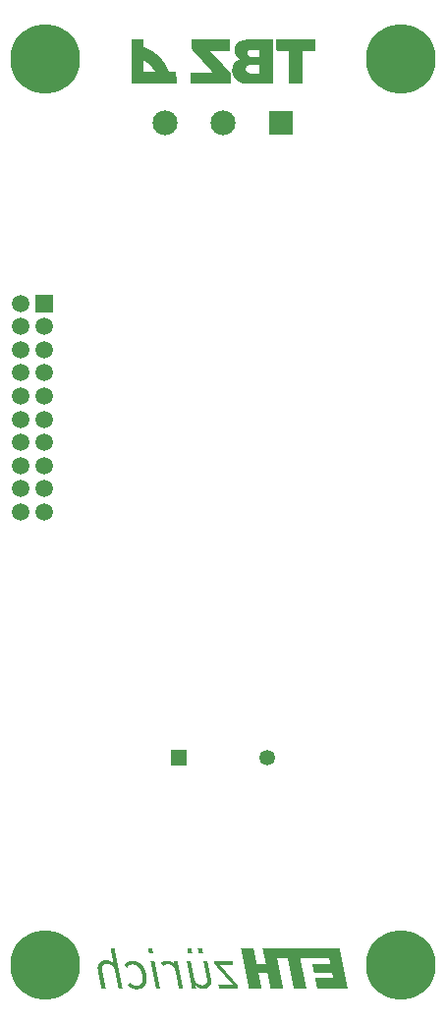
<source format=gbr>
%TF.GenerationSoftware,Altium Limited,Altium Designer,23.10.1 (27)*%
G04 Layer_Color=16711935*
%FSLAX45Y45*%
%MOMM*%
%TF.SameCoordinates,3DF52466-FF79-41BE-B245-B35B28900F9A*%
%TF.FilePolarity,Negative*%
%TF.FileFunction,Soldermask,Bot*%
%TF.Part,Single*%
G01*
G75*
%TA.AperFunction,ComponentPad*%
%ADD33C,2.15000*%
%ADD34R,2.15000X2.15000*%
%ADD36R,1.35000X1.35000*%
%ADD37C,1.35000*%
%ADD62C,6.00320*%
%ADD63R,1.50000X1.50000*%
%ADD64C,1.50000*%
G36*
X2083490Y8471935D02*
X2086307D01*
Y8470056D01*
X2087246D01*
Y8461604D01*
X2086307D01*
Y8438127D01*
X2087246D01*
Y8409014D01*
Y8408075D01*
Y8375206D01*
X2086307D01*
Y8374267D01*
X1928536D01*
Y8375206D01*
X1924780D01*
Y8374267D01*
X1921024D01*
Y8370511D01*
X1921963D01*
Y8368632D01*
X1922902D01*
Y8367693D01*
X1923841D01*
Y8366754D01*
X1924780D01*
Y8365815D01*
X1925719D01*
Y8364876D01*
X1926658D01*
Y8362998D01*
X1928536D01*
Y8362059D01*
X1929475D01*
Y8361120D01*
X1930415D01*
Y8360180D01*
X1931354D01*
Y8359241D01*
X1932293D01*
Y8358302D01*
X1933232D01*
Y8357363D01*
X1934171D01*
Y8356424D01*
X1935110D01*
Y8355485D01*
X1936049D01*
Y8354546D01*
X1936989D01*
Y8353607D01*
X1937928D01*
Y8352668D01*
X1938867D01*
Y8351729D01*
X1939806D01*
Y8350789D01*
X1940745D01*
Y8349850D01*
X1941684D01*
Y8348911D01*
X1942623D01*
Y8347972D01*
X1943562D01*
Y8347033D01*
X1944501D01*
Y8346094D01*
X1945440D01*
Y8344215D01*
X1946380D01*
Y8343276D01*
X1947319D01*
Y8342337D01*
X1948258D01*
Y8341398D01*
X1949197D01*
Y8340459D01*
X1950136D01*
Y8339520D01*
X1951075D01*
Y8338581D01*
X1952014D01*
Y8337642D01*
X1952953D01*
Y8336703D01*
X1953892D01*
Y8335764D01*
X1954831D01*
Y8334825D01*
X1955771D01*
Y8333885D01*
X1956710D01*
Y8332946D01*
X1957649D01*
Y8332007D01*
X1958588D01*
Y8330129D01*
X1959527D01*
Y8329190D01*
X1960466D01*
Y8328251D01*
X1961405D01*
Y8327312D01*
X1962344D01*
Y8326372D01*
X1963284D01*
Y8325433D01*
X1964223D01*
Y8324494D01*
X1965162D01*
Y8323555D01*
X1966101D01*
Y8321677D01*
X1967040D01*
Y8320738D01*
X1968918D01*
Y8318860D01*
X1969857D01*
Y8317920D01*
X1970796D01*
Y8316981D01*
X1971735D01*
Y8316042D01*
X1972675D01*
Y8315103D01*
X1973614D01*
Y8314164D01*
X1974553D01*
Y8313225D01*
X1975492D01*
Y8311347D01*
X1977370D01*
Y8309469D01*
X1978309D01*
Y8308529D01*
X1979249D01*
Y8307590D01*
X1980188D01*
Y8306651D01*
X1981127D01*
Y8305712D01*
X1982066D01*
Y8304773D01*
X1983005D01*
Y8303834D01*
X1983944D01*
Y8302895D01*
X1984883D01*
Y8301016D01*
X1985822D01*
Y8300077D01*
X1986761D01*
Y8299138D01*
X1987700D01*
Y8298199D01*
X1988639D01*
Y8297260D01*
X1989579D01*
Y8296321D01*
X1990518D01*
Y8295382D01*
X1991457D01*
Y8294443D01*
X1992396D01*
Y8293504D01*
X1993335D01*
Y8292565D01*
X1994274D01*
Y8291625D01*
X1995213D01*
Y8290686D01*
X1996152D01*
Y8288808D01*
X1997092D01*
Y8287869D01*
X1998031D01*
Y8286930D01*
X1998970D01*
Y8285991D01*
X1999909D01*
Y8285052D01*
X2000848D01*
Y8284112D01*
X2001787D01*
Y8283173D01*
X2002726D01*
Y8282234D01*
X2003665D01*
Y8281295D01*
X2004604D01*
Y8280356D01*
X2005544D01*
Y8278478D01*
X2007422D01*
Y8276600D01*
X2008361D01*
Y8275661D01*
X2009300D01*
Y8274721D01*
X2010239D01*
Y8273782D01*
X2011178D01*
Y8272843D01*
X2012117D01*
Y8271904D01*
X2013056D01*
Y8270965D01*
X2013995D01*
Y8270026D01*
X2014935D01*
Y8269087D01*
X2015874D01*
Y8268148D01*
X2016813D01*
Y8267209D01*
X2017752D01*
Y8265330D01*
X2019630D01*
Y8263452D01*
X2020569D01*
Y8262513D01*
X2021508D01*
Y8261574D01*
X2022448D01*
Y8260635D01*
X2023387D01*
Y8259696D01*
X2024326D01*
Y8258757D01*
X2025265D01*
Y8257817D01*
X2026204D01*
Y8256878D01*
X2027143D01*
Y8255939D01*
X2028082D01*
Y8255000D01*
X2029021D01*
Y8253122D01*
X2029960D01*
Y8252183D01*
X2030899D01*
Y8251244D01*
X2031838D01*
Y8250305D01*
X2032778D01*
Y8249366D01*
X2033717D01*
Y8248426D01*
X2034656D01*
Y8247487D01*
X2035595D01*
Y8246548D01*
X2036534D01*
Y8245609D01*
X2037473D01*
Y8244670D01*
X2038412D01*
Y8243731D01*
X2039352D01*
Y8242792D01*
X2040291D01*
Y8241852D01*
X2041230D01*
Y8240913D01*
X2042169D01*
Y8239974D01*
X2043108D01*
Y8238096D01*
X2044047D01*
Y8237157D01*
X2044986D01*
Y8236218D01*
X2045925D01*
Y8235279D01*
X2046864D01*
Y8234340D01*
X2047803D01*
Y8233401D01*
X2048743D01*
Y8232462D01*
X2049682D01*
Y8231522D01*
X2050621D01*
Y8230583D01*
X2051560D01*
Y8229644D01*
X2052499D01*
Y8228705D01*
X2053438D01*
Y8227766D01*
X2054377D01*
Y8226827D01*
X2055316D01*
Y8225888D01*
X2056255D01*
Y8224948D01*
X2057195D01*
Y8223070D01*
X2059073D01*
Y8222131D01*
X2060012D01*
Y8221192D01*
X2060951D01*
Y8220253D01*
X2061890D01*
Y8219314D01*
X2062829D01*
Y8218375D01*
X2063768D01*
Y8217436D01*
X2064707D01*
Y8216497D01*
X2065647D01*
Y8214618D01*
X2066586D01*
Y8213679D01*
X2068464D01*
Y8211801D01*
X2070342D01*
Y8209923D01*
X2071281D01*
Y8208984D01*
X2072220D01*
Y8208045D01*
X2073159D01*
Y8207106D01*
X2074098D01*
Y8206166D01*
X2075038D01*
Y8205227D01*
X2075977D01*
Y8204288D01*
X2076916D01*
Y8203349D01*
X2077855D01*
Y8202410D01*
X2078794D01*
Y8201471D01*
X2079733D01*
Y8200532D01*
X2080672D01*
Y8199593D01*
X2081612D01*
Y8198653D01*
X2082551D01*
Y8197714D01*
X2083490D01*
Y8196775D01*
X2084429D01*
Y8195836D01*
X2085368D01*
Y8194897D01*
X2086307D01*
Y8193958D01*
X2087246D01*
Y8192080D01*
X2088185D01*
Y8191141D01*
X2089124D01*
Y8190202D01*
X2090063D01*
Y8188323D01*
X2091002D01*
Y8187384D01*
X2091942D01*
Y8186445D01*
X2092881D01*
Y8185506D01*
X2093820D01*
Y8183628D01*
X2094759D01*
Y8181749D01*
X2095698D01*
Y8179871D01*
X2096637D01*
Y8177054D01*
X2097576D01*
Y8169541D01*
X2096637D01*
Y8113194D01*
X2097576D01*
Y8094412D01*
X2098515D01*
Y8091595D01*
X2097576D01*
Y8089717D01*
X2096637D01*
Y8088778D01*
X2089124D01*
Y8087839D01*
X2088185D01*
Y8088778D01*
X1754801D01*
Y8089717D01*
X1753862D01*
Y8091595D01*
X1752923D01*
Y8094412D01*
X1753862D01*
Y8185506D01*
X1754801D01*
Y8186445D01*
X1935110D01*
Y8185506D01*
X1937928D01*
Y8186445D01*
X1939806D01*
Y8187384D01*
X1940745D01*
Y8190202D01*
X1939806D01*
Y8191141D01*
X1937928D01*
Y8192080D01*
X1936989D01*
Y8193019D01*
X1936049D01*
Y8194897D01*
X1935110D01*
Y8195836D01*
X1934171D01*
Y8196775D01*
X1933232D01*
Y8197714D01*
X1932293D01*
Y8199593D01*
X1931354D01*
Y8200532D01*
X1930415D01*
Y8201471D01*
X1929475D01*
Y8202410D01*
X1928536D01*
Y8203349D01*
X1927597D01*
Y8204288D01*
X1926658D01*
Y8205227D01*
X1925719D01*
Y8206166D01*
X1924780D01*
Y8207106D01*
X1923841D01*
Y8208045D01*
X1922902D01*
Y8208984D01*
X1921963D01*
Y8209923D01*
X1921024D01*
Y8210862D01*
X1920085D01*
Y8211801D01*
X1919145D01*
Y8212740D01*
X1918206D01*
Y8213679D01*
X1917267D01*
Y8214618D01*
X1916328D01*
Y8215557D01*
X1915389D01*
Y8217436D01*
X1914450D01*
Y8218375D01*
X1913511D01*
Y8219314D01*
X1912571D01*
Y8220253D01*
X1911632D01*
Y8221192D01*
X1910693D01*
Y8222131D01*
X1909754D01*
Y8223070D01*
X1908815D01*
Y8224009D01*
X1907876D01*
Y8225888D01*
X1905998D01*
Y8227766D01*
X1905059D01*
Y8228705D01*
X1904120D01*
Y8229644D01*
X1903180D01*
Y8231522D01*
X1902241D01*
Y8232462D01*
X1901302D01*
Y8233401D01*
X1900363D01*
Y8234340D01*
X1899424D01*
Y8235279D01*
X1898485D01*
Y8236218D01*
X1897546D01*
Y8237157D01*
X1896607D01*
Y8238096D01*
X1895668D01*
Y8239035D01*
X1894728D01*
Y8239974D01*
X1893789D01*
Y8241852D01*
X1891911D01*
Y8243731D01*
X1890972D01*
Y8244670D01*
X1890033D01*
Y8245609D01*
X1889094D01*
Y8246548D01*
X1888155D01*
Y8247487D01*
X1887216D01*
Y8248426D01*
X1886276D01*
Y8249366D01*
X1885337D01*
Y8250305D01*
X1884398D01*
Y8252183D01*
X1883459D01*
Y8253122D01*
X1882520D01*
Y8254061D01*
X1881581D01*
Y8255000D01*
X1880642D01*
Y8255939D01*
X1879703D01*
Y8256878D01*
X1878764D01*
Y8257817D01*
X1877825D01*
Y8258757D01*
X1876886D01*
Y8259696D01*
X1875946D01*
Y8260635D01*
X1875007D01*
Y8262513D01*
X1873129D01*
Y8264391D01*
X1872190D01*
Y8265330D01*
X1871251D01*
Y8266269D01*
X1870312D01*
Y8267209D01*
X1869372D01*
Y8268148D01*
X1868433D01*
Y8269087D01*
X1867494D01*
Y8270026D01*
X1866555D01*
Y8270965D01*
X1865616D01*
Y8272843D01*
X1864677D01*
Y8273782D01*
X1863738D01*
Y8274721D01*
X1862799D01*
Y8275661D01*
X1861860D01*
Y8276600D01*
X1860921D01*
Y8277539D01*
X1859981D01*
Y8278478D01*
X1859042D01*
Y8279417D01*
X1858103D01*
Y8280356D01*
X1857164D01*
Y8282234D01*
X1856225D01*
Y8283173D01*
X1855286D01*
Y8284112D01*
X1854347D01*
Y8285052D01*
X1853408D01*
Y8285991D01*
X1852468D01*
Y8286930D01*
X1851529D01*
Y8287869D01*
X1850590D01*
Y8288808D01*
X1849651D01*
Y8290686D01*
X1848712D01*
Y8291625D01*
X1847773D01*
Y8292565D01*
X1846834D01*
Y8293504D01*
X1845895D01*
Y8294443D01*
X1844956D01*
Y8295382D01*
X1844017D01*
Y8296321D01*
X1843077D01*
Y8297260D01*
X1842138D01*
Y8298199D01*
X1841199D01*
Y8300077D01*
X1840260D01*
Y8301016D01*
X1839321D01*
Y8301956D01*
X1838382D01*
Y8302895D01*
X1837443D01*
Y8303834D01*
X1836504D01*
Y8304773D01*
X1835565D01*
Y8305712D01*
X1834625D01*
Y8306651D01*
X1833686D01*
Y8307590D01*
X1832747D01*
Y8308529D01*
X1831808D01*
Y8309469D01*
X1830869D01*
Y8311347D01*
X1829930D01*
Y8312286D01*
X1828991D01*
Y8313225D01*
X1828052D01*
Y8314164D01*
X1827112D01*
Y8315103D01*
X1826173D01*
Y8316042D01*
X1825234D01*
Y8316981D01*
X1824295D01*
Y8317920D01*
X1823356D01*
Y8318860D01*
X1822417D01*
Y8320738D01*
X1821478D01*
Y8321677D01*
X1820539D01*
Y8322616D01*
X1819600D01*
Y8323555D01*
X1818661D01*
Y8324494D01*
X1817722D01*
Y8325433D01*
X1816782D01*
Y8327312D01*
X1814904D01*
Y8329190D01*
X1813965D01*
Y8330129D01*
X1813026D01*
Y8331068D01*
X1812087D01*
Y8332007D01*
X1811148D01*
Y8332946D01*
X1810208D01*
Y8333885D01*
X1809269D01*
Y8334825D01*
X1808330D01*
Y8335764D01*
X1807391D01*
Y8336703D01*
X1806452D01*
Y8337642D01*
X1805513D01*
Y8339520D01*
X1803635D01*
Y8341398D01*
X1802696D01*
Y8342337D01*
X1801757D01*
Y8343276D01*
X1800817D01*
Y8344215D01*
X1799878D01*
Y8345155D01*
X1798939D01*
Y8346094D01*
X1798000D01*
Y8347033D01*
X1797061D01*
Y8347972D01*
X1796122D01*
Y8348911D01*
X1795183D01*
Y8349850D01*
X1794244D01*
Y8350789D01*
X1793305D01*
Y8351729D01*
X1792365D01*
Y8352668D01*
X1791426D01*
Y8354546D01*
X1790487D01*
Y8355485D01*
X1789548D01*
Y8356424D01*
X1788609D01*
Y8357363D01*
X1787670D01*
Y8358302D01*
X1786731D01*
Y8359241D01*
X1785792D01*
Y8360180D01*
X1784853D01*
Y8361120D01*
X1783913D01*
Y8362059D01*
X1782974D01*
Y8362998D01*
X1782035D01*
Y8364876D01*
X1781096D01*
Y8365815D01*
X1780157D01*
Y8366754D01*
X1779218D01*
Y8367693D01*
X1778279D01*
Y8368632D01*
X1777340D01*
Y8369572D01*
X1776401D01*
Y8370511D01*
X1775462D01*
Y8371450D01*
X1774522D01*
Y8372389D01*
X1773583D01*
Y8374267D01*
X1772644D01*
Y8375206D01*
X1771705D01*
Y8376145D01*
X1770766D01*
Y8377084D01*
X1768888D01*
Y8378024D01*
X1767948D01*
Y8378963D01*
X1767009D01*
Y8379902D01*
X1766070D01*
Y8381780D01*
X1765131D01*
Y8383658D01*
X1764192D01*
Y8384597D01*
X1763253D01*
Y8388354D01*
X1762314D01*
Y8395867D01*
X1761375D01*
Y8402440D01*
X1762314D01*
Y8411832D01*
X1761375D01*
Y8413710D01*
X1762314D01*
Y8441883D01*
X1761375D01*
Y8469117D01*
X1762314D01*
Y8470996D01*
X1765131D01*
Y8471935D01*
X2079733D01*
Y8472874D01*
X2083490D01*
Y8471935D01*
D02*
G37*
G36*
X2821630D02*
X2822569D01*
Y8470996D01*
X2823509D01*
Y8465361D01*
X2822569D01*
Y8433431D01*
X2823509D01*
Y8404319D01*
X2824448D01*
Y8375206D01*
X2823509D01*
Y8374267D01*
X2717389D01*
Y8372389D01*
X2716450D01*
Y8366754D01*
X2717389D01*
Y8364876D01*
X2716450D01*
Y8126342D01*
X2717389D01*
Y8090656D01*
X2716450D01*
Y8088778D01*
X2599061D01*
Y8090656D01*
X2598122D01*
Y8358302D01*
X2597183D01*
Y8359241D01*
X2598122D01*
Y8371450D01*
X2597183D01*
Y8373328D01*
X2596244D01*
Y8374267D01*
X2492003D01*
Y8376145D01*
X2491064D01*
Y8449396D01*
X2490124D01*
Y8457848D01*
X2491064D01*
Y8459726D01*
X2490124D01*
Y8468178D01*
X2491064D01*
Y8470996D01*
X2492003D01*
Y8471935D01*
X2812239D01*
Y8472874D01*
X2821630D01*
Y8471935D01*
D02*
G37*
G36*
X2459134D02*
X2461951D01*
Y8470056D01*
X2462890D01*
Y8464422D01*
X2461951D01*
Y8301956D01*
X2462890D01*
Y8226827D01*
X2461951D01*
Y8133855D01*
X2462890D01*
Y8090656D01*
X2461951D01*
Y8089717D01*
X2461012D01*
Y8088778D01*
X2242199D01*
Y8089717D01*
X2230930D01*
Y8090656D01*
X2215904D01*
Y8091595D01*
X2213087D01*
Y8092534D01*
X2205574D01*
Y8093473D01*
X2202757D01*
Y8094412D01*
X2200879D01*
Y8095351D01*
X2195244D01*
Y8096290D01*
X2193365D01*
Y8097230D01*
X2189609D01*
Y8098169D01*
X2187731D01*
Y8099108D01*
X2186792D01*
Y8100047D01*
X2182096D01*
Y8100986D01*
X2180218D01*
Y8101925D01*
X2177401D01*
Y8102864D01*
X2175522D01*
Y8103803D01*
X2174583D01*
Y8104742D01*
X2171766D01*
Y8105682D01*
X2170827D01*
Y8106621D01*
X2168010D01*
Y8107560D01*
X2167071D01*
Y8108499D01*
X2165192D01*
Y8109438D01*
X2163314D01*
Y8110377D01*
X2162375D01*
Y8111316D01*
X2159558D01*
Y8112255D01*
X2158618D01*
Y8113194D01*
X2157679D01*
Y8114134D01*
X2155801D01*
Y8115073D01*
X2154862D01*
Y8116012D01*
X2152984D01*
Y8116951D01*
X2152045D01*
Y8117890D01*
X2151106D01*
Y8118829D01*
X2149227D01*
Y8120707D01*
X2147349D01*
Y8121646D01*
X2146410D01*
Y8122585D01*
X2145471D01*
Y8123525D01*
X2144532D01*
Y8124464D01*
X2143593D01*
Y8125403D01*
X2142654D01*
Y8126342D01*
X2141715D01*
Y8127281D01*
X2140775D01*
Y8128220D01*
X2139836D01*
Y8129159D01*
X2138897D01*
Y8130099D01*
X2137958D01*
Y8131977D01*
X2136080D01*
Y8133855D01*
X2135141D01*
Y8134794D01*
X2134202D01*
Y8135733D01*
X2133262D01*
Y8136672D01*
X2132323D01*
Y8137611D01*
X2131384D01*
Y8139489D01*
X2130445D01*
Y8140429D01*
X2129506D01*
Y8141368D01*
X2128567D01*
Y8143246D01*
X2127628D01*
Y8144185D01*
X2126689D01*
Y8146063D01*
X2125750D01*
Y8147003D01*
X2124811D01*
Y8148881D01*
X2123871D01*
Y8150759D01*
X2122932D01*
Y8152637D01*
X2121993D01*
Y8154515D01*
X2121054D01*
Y8155454D01*
X2120115D01*
Y8157333D01*
X2119176D01*
Y8160150D01*
X2118237D01*
Y8161089D01*
X2117298D01*
Y8164845D01*
X2116358D01*
Y8165785D01*
X2115419D01*
Y8168602D01*
X2114480D01*
Y8172358D01*
X2113541D01*
Y8174237D01*
X2112602D01*
Y8178932D01*
X2111663D01*
Y8180810D01*
X2110724D01*
Y8188323D01*
X2109785D01*
Y8198653D01*
X2108846D01*
Y8212740D01*
X2109785D01*
Y8223070D01*
X2110724D01*
Y8229644D01*
X2111663D01*
Y8231522D01*
X2112602D01*
Y8237157D01*
X2113541D01*
Y8239035D01*
X2114480D01*
Y8241852D01*
X2115419D01*
Y8243731D01*
X2116358D01*
Y8245609D01*
X2117298D01*
Y8250305D01*
X2118237D01*
Y8251244D01*
X2119176D01*
Y8254061D01*
X2120115D01*
Y8255939D01*
X2121054D01*
Y8256878D01*
X2121993D01*
Y8259696D01*
X2122932D01*
Y8260635D01*
X2123871D01*
Y8261574D01*
X2124811D01*
Y8263452D01*
X2125750D01*
Y8264391D01*
X2126689D01*
Y8267209D01*
X2127628D01*
Y8268148D01*
X2128567D01*
Y8269087D01*
X2129506D01*
Y8270026D01*
X2130445D01*
Y8270965D01*
X2131384D01*
Y8272843D01*
X2132323D01*
Y8273782D01*
X2133262D01*
Y8274721D01*
X2134202D01*
Y8275661D01*
X2135141D01*
Y8276600D01*
X2136080D01*
Y8277539D01*
X2137019D01*
Y8278478D01*
X2137958D01*
Y8279417D01*
X2139836D01*
Y8280356D01*
X2140775D01*
Y8281295D01*
X2141715D01*
Y8282234D01*
X2142654D01*
Y8283173D01*
X2143593D01*
Y8284112D01*
X2145471D01*
Y8285052D01*
X2146410D01*
Y8285991D01*
X2148288D01*
Y8286930D01*
X2149227D01*
Y8287869D01*
X2151106D01*
Y8288808D01*
X2153923D01*
Y8289747D01*
X2154862D01*
Y8290686D01*
X2156740D01*
Y8291625D01*
X2158618D01*
Y8292565D01*
X2161436D01*
Y8293504D01*
X2163314D01*
Y8294443D01*
X2165192D01*
Y8295382D01*
X2168949D01*
Y8296321D01*
X2169888D01*
Y8297260D01*
X2171766D01*
Y8298199D01*
X2172705D01*
Y8301956D01*
X2171766D01*
Y8302895D01*
X2170827D01*
Y8303834D01*
X2168949D01*
Y8304773D01*
X2168010D01*
Y8306651D01*
X2166131D01*
Y8307590D01*
X2164253D01*
Y8308529D01*
X2163314D01*
Y8309469D01*
X2162375D01*
Y8310408D01*
X2161436D01*
Y8311347D01*
X2159558D01*
Y8312286D01*
X2158618D01*
Y8313225D01*
X2157679D01*
Y8314164D01*
X2156740D01*
Y8315103D01*
X2154862D01*
Y8316042D01*
X2153923D01*
Y8316981D01*
X2152984D01*
Y8317920D01*
X2152045D01*
Y8318860D01*
X2151106D01*
Y8319799D01*
X2150166D01*
Y8320738D01*
X2149227D01*
Y8321677D01*
X2148288D01*
Y8322616D01*
X2147349D01*
Y8323555D01*
X2146410D01*
Y8324494D01*
X2145471D01*
Y8326372D01*
X2144532D01*
Y8327312D01*
X2143593D01*
Y8328251D01*
X2142654D01*
Y8331068D01*
X2141715D01*
Y8332007D01*
X2140775D01*
Y8333885D01*
X2139836D01*
Y8334825D01*
X2138897D01*
Y8336703D01*
X2137958D01*
Y8339520D01*
X2137019D01*
Y8340459D01*
X2136080D01*
Y8343276D01*
X2135141D01*
Y8345155D01*
X2134202D01*
Y8347033D01*
X2133262D01*
Y8350789D01*
X2132323D01*
Y8352668D01*
X2131384D01*
Y8357363D01*
X2130445D01*
Y8360180D01*
X2129506D01*
Y8363937D01*
X2128567D01*
Y8390232D01*
X2129506D01*
Y8394928D01*
X2130445D01*
Y8397745D01*
X2131384D01*
Y8402440D01*
X2132323D01*
Y8405258D01*
X2133262D01*
Y8408075D01*
X2134202D01*
Y8409014D01*
X2135141D01*
Y8410892D01*
X2136080D01*
Y8414649D01*
X2137019D01*
Y8416527D01*
X2137958D01*
Y8418405D01*
X2138897D01*
Y8420284D01*
X2139836D01*
Y8421223D01*
X2140775D01*
Y8424040D01*
X2141715D01*
Y8424979D01*
X2142654D01*
Y8426857D01*
X2143593D01*
Y8427796D01*
X2144532D01*
Y8428735D01*
X2145471D01*
Y8430614D01*
X2146410D01*
Y8431553D01*
X2147349D01*
Y8432492D01*
X2148288D01*
Y8434370D01*
X2149227D01*
Y8435309D01*
X2150166D01*
Y8436248D01*
X2151106D01*
Y8437188D01*
X2152045D01*
Y8438127D01*
X2152984D01*
Y8439066D01*
X2153923D01*
Y8440005D01*
X2154862D01*
Y8440944D01*
X2155801D01*
Y8441883D01*
X2156740D01*
Y8442822D01*
X2157679D01*
Y8443761D01*
X2158618D01*
Y8444700D01*
X2159558D01*
Y8445639D01*
X2160497D01*
Y8446578D01*
X2162375D01*
Y8447518D01*
X2163314D01*
Y8448457D01*
X2165192D01*
Y8449396D01*
X2166131D01*
Y8450335D01*
X2167071D01*
Y8451274D01*
X2169888D01*
Y8452213D01*
X2170827D01*
Y8453152D01*
X2171766D01*
Y8454092D01*
X2173644D01*
Y8455031D01*
X2175522D01*
Y8455970D01*
X2177401D01*
Y8456909D01*
X2178340D01*
Y8457848D01*
X2181157D01*
Y8458787D01*
X2183975D01*
Y8459726D01*
X2185853D01*
Y8460665D01*
X2189609D01*
Y8461604D01*
X2190548D01*
Y8462543D01*
X2194305D01*
Y8463483D01*
X2197122D01*
Y8464422D01*
X2199000D01*
Y8465361D01*
X2204635D01*
Y8466300D01*
X2206513D01*
Y8467239D01*
X2212148D01*
Y8468178D01*
X2214965D01*
Y8469117D01*
X2221539D01*
Y8470056D01*
X2235625D01*
Y8470996D01*
X2245017D01*
Y8471935D01*
X2456316D01*
Y8472874D01*
X2459134D01*
Y8471935D01*
D02*
G37*
G36*
X1344410D02*
X1346288D01*
Y8470996D01*
X1347227D01*
Y8461604D01*
X1346288D01*
Y8407136D01*
X1347227D01*
Y8405258D01*
X1349105D01*
Y8404319D01*
X1351923D01*
Y8403379D01*
X1353801D01*
Y8402440D01*
X1357557D01*
Y8401501D01*
X1359436D01*
Y8400562D01*
X1361314D01*
Y8399623D01*
X1365070D01*
Y8398684D01*
X1366009D01*
Y8397745D01*
X1368827D01*
Y8396806D01*
X1370705D01*
Y8395867D01*
X1372583D01*
Y8394928D01*
X1375400D01*
Y8393989D01*
X1377279D01*
Y8393049D01*
X1380096D01*
Y8392110D01*
X1381035D01*
Y8391171D01*
X1383852D01*
Y8390232D01*
X1386670D01*
Y8389293D01*
X1387609D01*
Y8388354D01*
X1390426D01*
Y8387415D01*
X1391365D01*
Y8386475D01*
X1394183D01*
Y8385536D01*
X1396061D01*
Y8384597D01*
X1397000D01*
Y8383658D01*
X1399817D01*
Y8382719D01*
X1400756D01*
Y8381780D01*
X1402635D01*
Y8380841D01*
X1404513D01*
Y8379902D01*
X1405452D01*
Y8378963D01*
X1408269D01*
Y8378024D01*
X1409209D01*
Y8377084D01*
X1411087D01*
Y8376145D01*
X1412965D01*
Y8375206D01*
X1413904D01*
Y8374267D01*
X1415782D01*
Y8373328D01*
X1416721D01*
Y8372389D01*
X1418600D01*
Y8371450D01*
X1420478D01*
Y8370511D01*
X1421417D01*
Y8369572D01*
X1424234D01*
Y8368632D01*
X1425173D01*
Y8367693D01*
X1426112D01*
Y8366754D01*
X1427052D01*
Y8365815D01*
X1428930D01*
Y8364876D01*
X1430808D01*
Y8363937D01*
X1431747D01*
Y8362998D01*
X1433625D01*
Y8362059D01*
X1434564D01*
Y8361120D01*
X1436443D01*
Y8360180D01*
X1437382D01*
Y8359241D01*
X1438321D01*
Y8358302D01*
X1440199D01*
Y8357363D01*
X1441138D01*
Y8356424D01*
X1442077D01*
Y8355485D01*
X1443016D01*
Y8354546D01*
X1443955D01*
Y8353607D01*
X1445834D01*
Y8352668D01*
X1446773D01*
Y8351729D01*
X1447712D01*
Y8350789D01*
X1449590D01*
Y8349850D01*
X1450529D01*
Y8348911D01*
X1451468D01*
Y8347972D01*
X1452408D01*
Y8347033D01*
X1454286D01*
Y8346094D01*
X1455225D01*
Y8345155D01*
X1456164D01*
Y8344215D01*
X1457103D01*
Y8343276D01*
X1458042D01*
Y8342337D01*
X1459920D01*
Y8341398D01*
X1460859D01*
Y8340459D01*
X1461799D01*
Y8339520D01*
X1462738D01*
Y8338581D01*
X1463677D01*
Y8337642D01*
X1464616D01*
Y8336703D01*
X1466494D01*
Y8334825D01*
X1468372D01*
Y8333885D01*
X1469312D01*
Y8332946D01*
X1470251D01*
Y8332007D01*
X1471190D01*
Y8331068D01*
X1472129D01*
Y8330129D01*
X1473068D01*
Y8329190D01*
X1474007D01*
Y8328251D01*
X1474946D01*
Y8327312D01*
X1475885D01*
Y8326372D01*
X1476824D01*
Y8325433D01*
X1477763D01*
Y8324494D01*
X1478703D01*
Y8323555D01*
X1480581D01*
Y8321677D01*
X1481520D01*
Y8320738D01*
X1482459D01*
Y8319799D01*
X1483398D01*
Y8318860D01*
X1484337D01*
Y8317920D01*
X1485276D01*
Y8316981D01*
X1486215D01*
Y8316042D01*
X1487155D01*
Y8315103D01*
X1488094D01*
Y8314164D01*
X1489033D01*
Y8313225D01*
X1489972D01*
Y8312286D01*
X1490911D01*
Y8311347D01*
X1491850D01*
Y8310408D01*
X1492789D01*
Y8309469D01*
X1493728D01*
Y8307590D01*
X1494668D01*
Y8306651D01*
X1495607D01*
Y8305712D01*
X1496546D01*
Y8304773D01*
X1497485D01*
Y8303834D01*
X1498424D01*
Y8302895D01*
X1499363D01*
Y8301956D01*
X1500302D01*
Y8300077D01*
X1501241D01*
Y8299138D01*
X1502180D01*
Y8298199D01*
X1503119D01*
Y8296321D01*
X1504058D01*
Y8295382D01*
X1504998D01*
Y8294443D01*
X1505937D01*
Y8293504D01*
X1506876D01*
Y8292565D01*
X1507815D01*
Y8290686D01*
X1508754D01*
Y8289747D01*
X1509693D01*
Y8287869D01*
X1510632D01*
Y8286930D01*
X1511572D01*
Y8285991D01*
X1512511D01*
Y8284112D01*
X1513450D01*
Y8283173D01*
X1514389D01*
Y8282234D01*
X1515328D01*
Y8281295D01*
X1516267D01*
Y8280356D01*
X1517206D01*
Y8278478D01*
X1518145D01*
Y8277539D01*
X1519084D01*
Y8276600D01*
X1520023D01*
Y8274721D01*
X1520963D01*
Y8273782D01*
X1521902D01*
Y8271904D01*
X1522841D01*
Y8270965D01*
X1523780D01*
Y8269087D01*
X1524719D01*
Y8267209D01*
X1525658D01*
Y8266269D01*
X1526597D01*
Y8265330D01*
X1527536D01*
Y8264391D01*
X1528475D01*
Y8261574D01*
X1529415D01*
Y8260635D01*
X1530354D01*
Y8259696D01*
X1531293D01*
Y8256878D01*
X1532232D01*
Y8255939D01*
X1533171D01*
Y8255000D01*
X1534110D01*
Y8253122D01*
X1535049D01*
Y8251244D01*
X1535988D01*
Y8249366D01*
X1536927D01*
Y8248426D01*
X1537867D01*
Y8246548D01*
X1538806D01*
Y8244670D01*
X1539745D01*
Y8242792D01*
X1540684D01*
Y8240913D01*
X1541623D01*
Y8239974D01*
X1542562D01*
Y8238096D01*
X1543501D01*
Y8236218D01*
X1544440D01*
Y8234340D01*
X1545379D01*
Y8231522D01*
X1546318D01*
Y8230583D01*
X1547258D01*
Y8227766D01*
X1548197D01*
Y8225888D01*
X1549136D01*
Y8224009D01*
X1550075D01*
Y8221192D01*
X1551014D01*
Y8220253D01*
X1551953D01*
Y8217436D01*
X1552892D01*
Y8215557D01*
X1553832D01*
Y8212740D01*
X1554771D01*
Y8210862D01*
X1555710D01*
Y8208984D01*
X1556649D01*
Y8206166D01*
X1557588D01*
Y8204288D01*
X1558527D01*
Y8201471D01*
X1559466D01*
Y8198653D01*
X1560405D01*
Y8196775D01*
X1561344D01*
Y8193958D01*
X1562283D01*
Y8193019D01*
X1564162D01*
Y8192080D01*
X1565101D01*
Y8191141D01*
X1599848D01*
Y8192080D01*
X1622386D01*
Y8193019D01*
X1624265D01*
Y8192080D01*
X1626143D01*
Y8191141D01*
X1628021D01*
Y8189262D01*
X1628960D01*
Y8185506D01*
X1628021D01*
Y8150759D01*
X1628960D01*
Y8116951D01*
Y8116012D01*
Y8089717D01*
X1628021D01*
Y8088778D01*
X1245803D01*
Y8089717D01*
X1244864D01*
Y8090656D01*
X1243925D01*
Y8091595D01*
X1242986D01*
Y8100986D01*
X1243925D01*
Y8101925D01*
X1242986D01*
Y8469117D01*
X1243925D01*
Y8470996D01*
X1244864D01*
Y8471935D01*
X1341592D01*
Y8472874D01*
X1344410D01*
Y8471935D01*
D02*
G37*
G36*
X1849864Y637093D02*
X1851561D01*
Y628610D01*
X1853257D01*
Y620127D01*
X1854954D01*
Y611644D01*
X1856651D01*
Y603161D01*
X1858347D01*
Y601464D01*
X1856651D01*
Y599767D01*
X1822718D01*
Y601464D01*
X1821021D01*
Y609947D01*
X1819325D01*
Y618430D01*
X1817628D01*
Y626914D01*
X1815931D01*
Y635397D01*
X1814235D01*
Y643880D01*
X1812538D01*
Y645577D01*
X1849864D01*
Y637093D01*
D02*
G37*
G36*
X1756549Y640487D02*
X1758246D01*
Y638790D01*
Y637093D01*
Y632004D01*
X1759942D01*
Y623520D01*
X1761639D01*
Y615037D01*
X1763336D01*
Y606554D01*
X1765032D01*
Y599767D01*
X1729403D01*
Y604857D01*
X1727706D01*
Y613340D01*
X1726010D01*
Y621824D01*
X1724313D01*
Y630307D01*
X1722616D01*
Y638790D01*
X1720920D01*
Y645577D01*
X1756549D01*
Y640487D01*
D02*
G37*
G36*
X1418917Y642183D02*
X1420614D01*
Y633700D01*
X1422311D01*
Y625217D01*
X1424007D01*
Y616734D01*
X1425704D01*
Y608250D01*
X1427401D01*
Y599767D01*
X1391771D01*
Y606554D01*
X1390074D01*
Y615037D01*
X1388378D01*
Y623520D01*
X1386681D01*
Y632004D01*
X1384985D01*
Y640487D01*
X1383288D01*
Y645577D01*
X1418917D01*
Y642183D01*
D02*
G37*
G36*
X1093162Y643880D02*
X1094859D01*
Y635397D01*
X1096556D01*
Y626914D01*
X1098252D01*
Y618430D01*
X1099949D01*
Y609947D01*
X1101646D01*
Y601464D01*
X1103342D01*
Y592981D01*
X1105039D01*
Y584498D01*
X1106736D01*
Y576014D01*
X1108432D01*
Y567531D01*
X1110129D01*
Y559048D01*
X1111826D01*
Y550565D01*
X1113522D01*
Y542082D01*
X1115219D01*
Y533598D01*
X1116915D01*
Y525115D01*
X1118612D01*
Y516632D01*
X1120309D01*
Y508149D01*
X1122005D01*
Y499665D01*
X1123702D01*
Y491182D01*
X1125399D01*
Y482699D01*
X1127095D01*
Y474216D01*
X1128792D01*
Y465733D01*
X1130488D01*
Y457250D01*
X1132185D01*
Y448766D01*
X1133882D01*
Y440283D01*
X1135578D01*
Y431800D01*
X1137275D01*
Y423317D01*
X1138972D01*
Y414834D01*
X1140668D01*
Y406350D01*
X1142365D01*
Y397867D01*
X1144062D01*
Y389384D01*
X1145758D01*
Y380901D01*
X1147455D01*
Y372418D01*
X1149152D01*
Y363934D01*
X1150848D01*
Y355451D01*
X1152545D01*
Y346968D01*
X1154242D01*
Y338485D01*
X1155938D01*
Y330002D01*
X1157635D01*
Y321518D01*
X1159331D01*
Y313035D01*
X1161028D01*
Y304552D01*
X1162725D01*
Y296069D01*
X1128792D01*
Y299462D01*
X1127095D01*
Y307945D01*
X1125399D01*
Y316428D01*
X1123702D01*
Y324912D01*
X1122005D01*
Y333395D01*
X1120309D01*
Y341878D01*
X1118612D01*
Y350361D01*
X1116915D01*
Y358844D01*
X1115219D01*
Y367328D01*
X1113522D01*
Y375811D01*
X1111826D01*
Y385991D01*
X1110129D01*
Y394474D01*
X1108432D01*
Y402957D01*
X1106736D01*
Y411440D01*
X1105039D01*
Y419923D01*
X1103342D01*
Y428407D01*
X1101646D01*
Y436890D01*
X1099949D01*
Y445373D01*
X1098252D01*
Y452160D01*
X1096556D01*
Y457250D01*
X1094859D01*
Y462339D01*
X1093162D01*
Y465733D01*
X1091466D01*
Y469126D01*
X1089769D01*
Y472519D01*
X1088072D01*
Y474216D01*
X1086376D01*
Y477609D01*
X1084679D01*
Y479306D01*
X1082983D01*
Y482699D01*
X1081286D01*
Y484396D01*
X1079589D01*
Y486092D01*
X1077893D01*
Y487789D01*
X1076196D01*
Y489486D01*
X1074500D01*
Y491182D01*
X1072803D01*
Y492879D01*
X1071106D01*
Y494576D01*
X1067713D01*
Y496272D01*
X1066016D01*
Y497969D01*
X1062623D01*
Y499665D01*
X1059230D01*
Y501362D01*
X1055836D01*
Y503059D01*
X1050746D01*
Y504755D01*
X1045657D01*
Y506452D01*
X1035477D01*
Y508149D01*
X1018510D01*
Y506452D01*
X1011724D01*
Y504755D01*
X1008330D01*
Y503059D01*
X1004937D01*
Y501362D01*
X1003241D01*
Y499665D01*
X1001544D01*
Y497969D01*
X998151D01*
Y496272D01*
X996454D01*
Y492879D01*
X994757D01*
Y491182D01*
X993061D01*
Y489486D01*
X991364D01*
Y486092D01*
X989667D01*
Y481003D01*
X987971D01*
Y474216D01*
X986274D01*
Y462339D01*
X987971D01*
Y447070D01*
X989667D01*
Y438587D01*
X991364D01*
Y430103D01*
X993061D01*
Y421620D01*
X994757D01*
Y413137D01*
X996454D01*
Y404654D01*
X998151D01*
Y396170D01*
X999847D01*
Y387687D01*
X1001544D01*
Y379204D01*
X1003241D01*
Y370721D01*
X1004937D01*
Y362238D01*
X1006634D01*
Y353754D01*
X1008330D01*
Y343575D01*
X1010027D01*
Y335092D01*
X1011724D01*
Y326608D01*
X1013420D01*
Y318125D01*
X1015117D01*
Y309642D01*
X1016814D01*
Y301159D01*
X1018510D01*
Y296069D01*
X984577D01*
Y297765D01*
X982881D01*
Y306249D01*
X981184D01*
Y314732D01*
X979487D01*
Y323215D01*
X977791D01*
Y331698D01*
X976094D01*
Y338485D01*
X974398D01*
Y346968D01*
X972701D01*
Y355451D01*
X971004D01*
Y363934D01*
X969308D01*
Y372418D01*
X967611D01*
Y380901D01*
X965915D01*
Y389384D01*
X964218D01*
Y397867D01*
X962521D01*
Y406350D01*
X960825D01*
Y414834D01*
X959128D01*
Y423317D01*
X957431D01*
Y431800D01*
X955734D01*
Y440283D01*
X954038D01*
Y448766D01*
X952341D01*
Y462339D01*
X950645D01*
Y484396D01*
X952341D01*
Y491182D01*
X954038D01*
Y497969D01*
X955734D01*
Y501362D01*
X957431D01*
Y504755D01*
X959128D01*
Y508149D01*
X960825D01*
Y509845D01*
X962521D01*
Y513239D01*
X964218D01*
Y514935D01*
X965915D01*
Y516632D01*
X967611D01*
Y518329D01*
X969308D01*
Y520025D01*
X971004D01*
Y521722D01*
X972701D01*
Y523419D01*
X974398D01*
Y525115D01*
X976094D01*
Y526812D01*
X977791D01*
Y528508D01*
X981184D01*
Y530205D01*
X984577D01*
Y531902D01*
X987971D01*
Y533598D01*
X991364D01*
Y535295D01*
X996454D01*
Y536992D01*
X1003241D01*
Y538688D01*
X1035477D01*
Y536992D01*
X1043960D01*
Y535295D01*
X1049050D01*
Y533598D01*
X1054140D01*
Y531902D01*
X1057533D01*
Y530205D01*
X1060926D01*
Y528508D01*
X1064319D01*
Y526812D01*
X1067713D01*
Y525115D01*
X1071106D01*
Y523419D01*
X1072803D01*
Y521722D01*
X1074500D01*
Y520025D01*
X1077893D01*
Y518329D01*
X1079589D01*
Y516632D01*
X1081286D01*
Y514935D01*
X1082983D01*
Y513239D01*
X1084679D01*
Y521722D01*
X1082983D01*
Y528508D01*
X1081286D01*
Y536992D01*
X1079589D01*
Y545475D01*
X1077893D01*
Y553958D01*
X1076196D01*
Y562441D01*
X1074500D01*
Y570924D01*
X1072803D01*
Y579408D01*
X1071106D01*
Y587891D01*
X1069410D01*
Y596374D01*
X1067713D01*
Y604857D01*
X1066016D01*
Y613340D01*
X1064319D01*
Y621824D01*
X1062623D01*
Y630307D01*
X1060926D01*
Y638790D01*
X1059230D01*
Y645577D01*
X1093162D01*
Y643880D01*
D02*
G37*
G36*
X3035816Y637093D02*
X3037513D01*
Y628610D01*
X3039209D01*
Y620127D01*
X3040906D01*
Y611644D01*
X3042602D01*
Y603161D01*
X3044299D01*
Y594677D01*
X3045996D01*
Y586194D01*
X3047692D01*
Y577711D01*
X3049389D01*
Y569228D01*
X3051086D01*
Y560745D01*
X3052782D01*
Y552262D01*
X3054479D01*
Y543778D01*
X3056176D01*
Y535295D01*
X3057872D01*
Y526812D01*
X3059569D01*
Y518329D01*
X3061266D01*
Y509845D01*
X3062962D01*
Y501362D01*
X3064659D01*
Y492879D01*
X3066356D01*
Y484396D01*
X3068052D01*
Y475913D01*
X3069749D01*
Y467429D01*
X3071445D01*
Y458946D01*
X3073142D01*
Y450463D01*
X3074839D01*
Y441980D01*
X3076535D01*
Y433497D01*
X3078232D01*
Y425013D01*
X3079929D01*
Y416530D01*
X3081625D01*
Y408047D01*
X3083322D01*
Y399564D01*
X3085018D01*
Y391080D01*
X3086715D01*
Y382597D01*
X3088412D01*
Y374114D01*
X3090108D01*
Y365631D01*
X3091805D01*
Y357148D01*
X3093502D01*
Y348665D01*
X3095198D01*
Y340181D01*
X3096895D01*
Y331698D01*
X3098592D01*
Y323215D01*
X3100288D01*
Y314732D01*
X3101985D01*
Y306249D01*
X3103682D01*
Y297765D01*
X3105378D01*
Y296069D01*
X2840702D01*
Y299462D01*
X2839006D01*
Y307945D01*
X2837309D01*
Y316428D01*
X2835612D01*
Y324912D01*
X2833916D01*
Y333395D01*
X2832219D01*
Y341878D01*
X2830522D01*
Y350361D01*
X2828826D01*
Y358844D01*
X2827129D01*
Y367328D01*
X2825433D01*
Y375811D01*
X2823736D01*
Y384294D01*
X2822039D01*
Y385991D01*
X2978130D01*
Y392777D01*
X2976433D01*
Y401260D01*
X2974737D01*
Y411440D01*
X2973040D01*
Y419923D01*
X2971344D01*
Y428407D01*
X2969647D01*
Y431800D01*
X2813556D01*
Y435193D01*
X2811860D01*
Y443677D01*
X2810163D01*
Y452160D01*
X2808466D01*
Y460643D01*
X2806770D01*
Y469126D01*
X2805073D01*
Y477609D01*
X2803376D01*
Y486092D01*
X2801679D01*
Y494576D01*
X2799983D01*
Y503059D01*
X2798286D01*
Y509845D01*
X2952681D01*
Y518329D01*
X2950984D01*
Y528508D01*
X2949287D01*
Y536992D01*
X2947591D01*
Y545475D01*
X2945894D01*
Y553958D01*
X2944197D01*
Y555655D01*
X2696488D01*
Y550565D01*
X2698185D01*
Y542082D01*
X2699881D01*
Y533598D01*
X2701578D01*
Y525115D01*
X2703275D01*
Y516632D01*
X2704971D01*
Y508149D01*
X2706668D01*
Y499665D01*
X2708364D01*
Y491182D01*
X2710061D01*
Y482699D01*
X2711758D01*
Y474216D01*
X2713454D01*
Y465733D01*
X2715151D01*
Y457250D01*
X2716848D01*
Y448766D01*
X2718544D01*
Y440283D01*
X2720241D01*
Y431800D01*
X2721937D01*
Y423317D01*
X2723634D01*
Y414834D01*
X2725331D01*
Y406350D01*
X2727027D01*
Y397867D01*
X2728724D01*
Y389384D01*
X2730421D01*
Y380901D01*
X2732117D01*
Y372418D01*
X2733814D01*
Y363934D01*
X2735511D01*
Y355451D01*
X2737207D01*
Y346968D01*
X2738904D01*
Y338485D01*
X2740601D01*
Y330002D01*
X2742297D01*
Y321518D01*
X2743994D01*
Y313035D01*
X2745690D01*
Y304552D01*
X2747387D01*
Y296069D01*
X2640499D01*
Y299462D01*
X2638802D01*
Y307945D01*
X2637105D01*
Y316428D01*
X2635409D01*
Y324912D01*
X2633712D01*
Y333395D01*
X2632016D01*
Y341878D01*
X2630319D01*
Y350361D01*
X2628622D01*
Y358844D01*
X2626926D01*
Y367328D01*
X2625229D01*
Y375811D01*
X2623532D01*
Y384294D01*
X2621836D01*
Y392777D01*
X2620139D01*
Y401260D01*
X2618442D01*
Y409744D01*
X2616746D01*
Y418227D01*
X2615049D01*
Y426710D01*
X2613352D01*
Y435193D01*
X2611656D01*
Y443677D01*
X2609959D01*
Y452160D01*
X2608263D01*
Y460643D01*
X2606566D01*
Y469126D01*
X2604869D01*
Y477609D01*
X2603173D01*
Y486092D01*
X2601476D01*
Y494576D01*
X2599779D01*
Y503059D01*
X2598083D01*
Y511542D01*
X2596386D01*
Y520025D01*
X2594690D01*
Y528508D01*
X2592993D01*
Y536992D01*
X2591296D01*
Y545475D01*
X2589600D01*
Y553958D01*
X2587903D01*
Y555655D01*
X2497981D01*
Y552262D01*
X2499677D01*
Y543778D01*
X2501374D01*
Y535295D01*
X2503071D01*
Y526812D01*
X2504767D01*
Y518329D01*
X2506464D01*
Y509845D01*
X2508161D01*
Y501362D01*
X2509857D01*
Y492879D01*
X2511554D01*
Y484396D01*
X2513251D01*
Y475913D01*
X2514947D01*
Y467429D01*
X2516644D01*
Y458946D01*
X2518341D01*
Y450463D01*
X2520037D01*
Y441980D01*
X2521734D01*
Y433497D01*
X2523431D01*
Y425013D01*
X2525127D01*
Y416530D01*
X2526824D01*
Y408047D01*
X2528520D01*
Y399564D01*
X2530217D01*
Y391080D01*
X2531914D01*
Y382597D01*
X2533610D01*
Y374114D01*
X2535307D01*
Y365631D01*
X2537004D01*
Y357148D01*
X2538700D01*
Y348665D01*
X2540397D01*
Y340181D01*
X2542093D01*
Y331698D01*
X2543790D01*
Y323215D01*
X2545487D01*
Y314732D01*
X2547183D01*
Y306249D01*
X2548880D01*
Y297765D01*
X2550577D01*
Y296069D01*
X2440295D01*
Y304552D01*
X2438598D01*
Y313035D01*
X2436902D01*
Y323215D01*
X2435205D01*
Y331698D01*
X2433508D01*
Y340181D01*
X2431812D01*
Y348665D01*
X2430115D01*
Y357148D01*
X2428419D01*
Y365631D01*
X2426722D01*
Y374114D01*
X2425025D01*
Y382597D01*
X2423329D01*
Y391080D01*
X2421632D01*
Y399564D01*
X2419935D01*
Y408047D01*
X2418239D01*
Y416530D01*
X2416542D01*
Y425013D01*
X2414846D01*
Y430103D01*
X2413149D01*
Y431800D01*
X2336800D01*
Y423317D01*
X2338497D01*
Y414834D01*
X2340193D01*
Y406350D01*
X2341890D01*
Y397867D01*
X2343587D01*
Y389384D01*
X2345283D01*
Y380901D01*
X2346980D01*
Y372418D01*
X2348677D01*
Y363934D01*
X2350373D01*
Y355451D01*
X2352070D01*
Y346968D01*
X2353766D01*
Y338485D01*
X2355463D01*
Y330002D01*
X2357160D01*
Y321518D01*
X2358856D01*
Y311338D01*
X2360553D01*
Y302855D01*
X2362250D01*
Y296069D01*
X2255361D01*
Y297765D01*
X2253665D01*
Y306249D01*
X2251968D01*
Y314732D01*
X2250271D01*
Y323215D01*
X2248575D01*
Y331698D01*
X2246878D01*
Y340181D01*
X2245181D01*
Y348665D01*
X2243485D01*
Y357148D01*
X2241788D01*
Y365631D01*
X2240092D01*
Y374114D01*
X2238395D01*
Y382597D01*
X2236698D01*
Y391080D01*
X2235002D01*
Y399564D01*
X2233305D01*
Y408047D01*
X2231608D01*
Y416530D01*
X2229912D01*
Y425013D01*
X2228215D01*
Y433497D01*
X2226518D01*
Y441980D01*
X2224822D01*
Y450463D01*
X2223125D01*
Y458946D01*
X2221428D01*
Y467429D01*
X2219732D01*
Y475913D01*
X2218035D01*
Y484396D01*
X2216338D01*
Y492879D01*
X2214642D01*
Y501362D01*
X2212945D01*
Y509845D01*
X2211249D01*
Y518329D01*
X2209552D01*
Y526812D01*
X2207855D01*
Y533598D01*
X2206159D01*
Y543778D01*
X2204462D01*
Y552262D01*
X2202765D01*
Y559048D01*
X2201069D01*
Y567531D01*
X2199372D01*
Y576014D01*
X2197676D01*
Y584498D01*
X2195979D01*
Y592981D01*
X2194282D01*
Y601464D01*
X2192586D01*
Y609947D01*
X2190889D01*
Y618430D01*
X2189192D01*
Y626914D01*
X2187496D01*
Y635397D01*
X2185799D01*
Y643880D01*
X2184102D01*
Y645577D01*
X2292687D01*
Y643880D01*
X2294384D01*
Y635397D01*
X2296081D01*
Y626914D01*
X2297777D01*
Y618430D01*
X2299474D01*
Y609947D01*
X2301171D01*
Y601464D01*
X2302867D01*
Y592981D01*
X2304564D01*
Y586194D01*
X2306261D01*
Y577711D01*
X2307957D01*
Y569228D01*
X2309654D01*
Y560745D01*
X2311350D01*
Y552262D01*
X2313047D01*
Y543778D01*
X2314744D01*
Y535295D01*
X2316440D01*
Y526812D01*
X2318137D01*
Y518329D01*
X2319834D01*
Y511542D01*
X2321530D01*
Y509845D01*
X2399576D01*
Y511542D01*
X2397879D01*
Y520025D01*
X2396182D01*
Y528508D01*
X2394486D01*
Y536992D01*
X2392789D01*
Y545475D01*
X2391092D01*
Y553958D01*
X2389396D01*
Y562441D01*
X2387699D01*
Y570924D01*
X2386003D01*
Y579408D01*
X2384306D01*
Y587891D01*
X2382609D01*
Y594677D01*
X2380913D01*
Y603161D01*
X2379216D01*
Y611644D01*
X2377520D01*
Y620127D01*
X2375823D01*
Y628610D01*
X2374126D01*
Y637093D01*
X2372430D01*
Y645577D01*
X3035816D01*
Y637093D01*
D02*
G37*
G36*
X1895673Y526812D02*
X1897370D01*
Y518329D01*
X1899067D01*
Y509845D01*
X1900763D01*
Y501362D01*
X1902460D01*
Y492879D01*
X1904157D01*
Y484396D01*
X1905853D01*
Y475913D01*
X1907550D01*
Y467429D01*
X1909247D01*
Y458946D01*
X1910943D01*
Y450463D01*
X1912640D01*
Y441980D01*
X1914337D01*
Y433497D01*
X1916033D01*
Y425013D01*
X1917730D01*
Y416530D01*
X1919426D01*
Y408047D01*
X1921123D01*
Y399564D01*
X1922820D01*
Y391080D01*
X1924516D01*
Y382597D01*
X1926213D01*
Y372418D01*
X1927910D01*
Y343575D01*
X1926213D01*
Y336788D01*
X1924516D01*
Y331698D01*
X1922820D01*
Y328305D01*
X1921123D01*
Y324912D01*
X1919426D01*
Y321518D01*
X1917730D01*
Y319822D01*
X1916033D01*
Y316428D01*
X1914337D01*
Y314732D01*
X1912640D01*
Y313035D01*
X1910943D01*
Y311338D01*
X1909247D01*
Y309642D01*
X1907550D01*
Y307945D01*
X1905853D01*
Y306249D01*
X1902460D01*
Y304552D01*
X1900763D01*
Y302855D01*
X1899067D01*
Y301159D01*
X1895673D01*
Y299462D01*
X1892280D01*
Y297765D01*
X1888887D01*
Y296069D01*
X1883797D01*
Y294372D01*
X1875314D01*
Y292675D01*
X1846471D01*
Y294372D01*
X1837988D01*
Y296069D01*
X1831201D01*
Y297765D01*
X1826111D01*
Y299462D01*
X1822718D01*
Y301159D01*
X1819325D01*
Y302855D01*
X1815931D01*
Y304552D01*
X1812538D01*
Y306249D01*
X1810841D01*
Y307945D01*
X1807448D01*
Y309642D01*
X1805752D01*
Y311338D01*
X1804055D01*
Y313035D01*
X1800662D01*
Y314732D01*
X1798965D01*
Y316428D01*
X1797268D01*
Y318125D01*
X1795572D01*
Y319822D01*
X1793875D01*
Y318125D01*
X1795572D01*
Y307945D01*
X1797268D01*
Y299462D01*
X1798965D01*
Y296069D01*
X1765032D01*
Y297765D01*
X1763336D01*
Y306249D01*
X1761639D01*
Y316428D01*
X1759942D01*
Y324912D01*
X1758246D01*
Y333395D01*
X1756549D01*
Y341878D01*
X1754852D01*
Y350361D01*
X1753156D01*
Y358844D01*
X1751459D01*
Y367328D01*
X1749762D01*
Y375811D01*
X1748066D01*
Y384294D01*
X1746369D01*
Y392777D01*
X1744672D01*
Y401260D01*
X1742976D01*
Y409744D01*
X1741279D01*
Y418227D01*
X1739582D01*
Y426710D01*
X1737886D01*
Y435193D01*
X1736189D01*
Y443677D01*
X1734493D01*
Y452160D01*
X1732796D01*
Y460643D01*
X1731099D01*
Y469126D01*
X1729403D01*
Y477609D01*
X1727706D01*
Y486092D01*
X1726010D01*
Y496272D01*
X1724313D01*
Y504755D01*
X1722616D01*
Y513239D01*
X1720920D01*
Y521722D01*
X1719223D01*
Y530205D01*
X1717526D01*
Y531902D01*
X1753156D01*
Y526812D01*
X1754852D01*
Y518329D01*
X1756549D01*
Y509845D01*
X1758246D01*
Y499665D01*
X1759942D01*
Y491182D01*
X1761639D01*
Y482699D01*
X1763336D01*
Y474216D01*
X1765032D01*
Y465733D01*
X1766729D01*
Y457250D01*
X1768425D01*
Y448766D01*
X1770122D01*
Y440283D01*
X1771819D01*
Y431800D01*
X1773515D01*
Y423317D01*
X1775212D01*
Y414834D01*
X1776909D01*
Y406350D01*
X1778605D01*
Y397867D01*
X1780302D01*
Y389384D01*
X1781998D01*
Y380901D01*
X1783695D01*
Y375811D01*
X1785392D01*
Y370721D01*
X1787088D01*
Y367328D01*
X1788785D01*
Y362238D01*
X1790482D01*
Y358844D01*
X1792178D01*
Y357148D01*
X1793875D01*
Y353754D01*
X1795572D01*
Y352058D01*
X1797268D01*
Y348665D01*
X1798965D01*
Y346968D01*
X1800662D01*
Y345271D01*
X1802358D01*
Y343575D01*
X1804055D01*
Y341878D01*
X1805752D01*
Y340181D01*
X1807448D01*
Y338485D01*
X1809145D01*
Y336788D01*
X1812538D01*
Y335092D01*
X1814235D01*
Y333395D01*
X1817628D01*
Y331698D01*
X1819325D01*
Y330002D01*
X1824414D01*
Y328305D01*
X1827808D01*
Y326608D01*
X1832898D01*
Y324912D01*
X1841381D01*
Y323215D01*
X1863437D01*
Y324912D01*
X1868527D01*
Y326608D01*
X1871921D01*
Y328305D01*
X1875314D01*
Y330002D01*
X1877010D01*
Y331698D01*
X1878707D01*
Y333395D01*
X1882100D01*
Y336788D01*
X1883797D01*
Y338485D01*
X1885494D01*
Y340181D01*
X1887190D01*
Y343575D01*
X1888887D01*
Y346968D01*
X1890583D01*
Y352058D01*
X1892280D01*
Y379204D01*
X1890583D01*
Y389384D01*
X1888887D01*
Y397867D01*
X1887190D01*
Y406350D01*
X1885494D01*
Y414834D01*
X1883797D01*
Y423317D01*
X1882100D01*
Y431800D01*
X1880404D01*
Y440283D01*
X1878707D01*
Y448766D01*
X1877010D01*
Y457250D01*
X1875314D01*
Y465733D01*
X1873617D01*
Y474216D01*
X1871921D01*
Y482699D01*
X1870224D01*
Y491182D01*
X1868527D01*
Y499665D01*
X1866831D01*
Y508149D01*
X1865134D01*
Y516632D01*
X1863437D01*
Y525115D01*
X1861741D01*
Y531902D01*
X1895673D01*
Y526812D01*
D02*
G37*
G36*
X1262827Y531902D02*
X1273006D01*
Y530205D01*
X1279793D01*
Y528508D01*
X1284883D01*
Y526812D01*
X1289973D01*
Y525115D01*
X1293366D01*
Y523419D01*
X1298456D01*
Y521722D01*
X1301849D01*
Y520025D01*
X1303546D01*
Y518329D01*
X1306939D01*
Y516632D01*
X1310332D01*
Y514935D01*
X1312029D01*
Y513239D01*
X1313726D01*
Y511542D01*
X1317119D01*
Y509845D01*
X1318816D01*
Y508149D01*
X1320512D01*
Y506452D01*
X1322209D01*
Y504755D01*
X1323906D01*
Y503059D01*
X1325602D01*
Y501362D01*
X1327299D01*
Y499665D01*
X1328996D01*
Y497969D01*
X1330692D01*
Y496272D01*
X1332389D01*
Y494576D01*
X1334085D01*
Y492879D01*
X1335782D01*
Y489486D01*
X1337479D01*
Y487789D01*
X1339175D01*
Y486092D01*
X1340872D01*
Y482699D01*
X1342569D01*
Y481003D01*
X1344265D01*
Y477609D01*
X1345962D01*
Y474216D01*
X1347658D01*
Y472519D01*
X1349355D01*
Y469126D01*
X1351052D01*
Y465733D01*
X1352748D01*
Y462339D01*
X1354445D01*
Y457250D01*
X1356142D01*
Y453856D01*
X1357838D01*
Y448766D01*
X1359535D01*
Y443677D01*
X1361232D01*
Y440283D01*
X1362928D01*
Y433497D01*
X1364625D01*
Y426710D01*
X1366322D01*
Y419923D01*
X1368018D01*
Y411440D01*
X1369715D01*
Y401260D01*
X1371412D01*
Y375811D01*
X1373108D01*
Y374114D01*
X1371412D01*
Y355451D01*
X1369715D01*
Y346968D01*
X1368018D01*
Y341878D01*
X1366322D01*
Y336788D01*
X1364625D01*
Y331698D01*
X1362928D01*
Y328305D01*
X1361232D01*
Y326608D01*
X1359535D01*
Y323215D01*
X1357838D01*
Y321518D01*
X1356142D01*
Y318125D01*
X1354445D01*
Y316428D01*
X1352748D01*
Y314732D01*
X1351052D01*
Y313035D01*
X1349355D01*
Y311338D01*
X1347658D01*
Y309642D01*
X1345962D01*
Y307945D01*
X1344265D01*
Y306249D01*
X1342569D01*
Y304552D01*
X1340872D01*
Y302855D01*
X1337479D01*
Y301159D01*
X1334085D01*
Y299462D01*
X1332389D01*
Y297765D01*
X1328996D01*
Y296069D01*
X1323906D01*
Y294372D01*
X1318816D01*
Y292675D01*
X1313726D01*
Y290979D01*
X1305242D01*
Y289282D01*
X1271310D01*
Y290979D01*
X1262827D01*
Y292675D01*
X1256040D01*
Y294372D01*
X1250950D01*
Y296069D01*
X1247557D01*
Y297765D01*
X1242467D01*
Y299462D01*
X1239073D01*
Y301159D01*
X1235680D01*
Y302855D01*
X1232287D01*
Y304552D01*
X1230590D01*
Y306249D01*
X1227197D01*
Y307945D01*
X1225500D01*
Y309642D01*
X1222107D01*
Y311338D01*
X1220411D01*
Y313035D01*
X1218714D01*
Y314732D01*
X1217017D01*
Y316428D01*
X1215321D01*
Y318125D01*
X1211927D01*
Y319822D01*
X1210231D01*
Y321518D01*
X1208534D01*
Y323215D01*
X1210231D01*
Y324912D01*
X1211927D01*
Y326608D01*
X1213624D01*
Y330002D01*
X1215321D01*
Y331698D01*
X1217017D01*
Y333395D01*
X1218714D01*
Y335092D01*
X1220411D01*
Y338485D01*
X1222107D01*
Y340181D01*
X1223804D01*
Y341878D01*
X1225500D01*
Y343575D01*
X1227197D01*
Y345271D01*
X1228894D01*
Y346968D01*
X1230590D01*
Y345271D01*
X1232287D01*
Y343575D01*
X1233984D01*
Y341878D01*
X1235680D01*
Y340181D01*
X1237377D01*
Y338485D01*
X1239073D01*
Y336788D01*
X1240770D01*
Y335092D01*
X1242467D01*
Y333395D01*
X1245860D01*
Y331698D01*
X1247557D01*
Y330002D01*
X1250950D01*
Y328305D01*
X1254343D01*
Y326608D01*
X1257737D01*
Y324912D01*
X1262827D01*
Y323215D01*
X1267916D01*
Y321518D01*
X1276400D01*
Y319822D01*
X1296759D01*
Y321518D01*
X1303546D01*
Y323215D01*
X1308636D01*
Y324912D01*
X1312029D01*
Y326608D01*
X1315422D01*
Y328305D01*
X1317119D01*
Y330002D01*
X1320512D01*
Y331698D01*
X1322209D01*
Y333395D01*
X1323906D01*
Y335092D01*
X1325602D01*
Y338485D01*
X1327299D01*
Y340181D01*
X1328996D01*
Y343575D01*
X1330692D01*
Y346968D01*
X1332389D01*
Y350361D01*
X1334085D01*
Y355451D01*
X1335782D01*
Y362238D01*
X1337479D01*
Y392777D01*
X1335782D01*
Y404654D01*
X1334085D01*
Y414834D01*
X1332389D01*
Y423317D01*
X1330692D01*
Y430103D01*
X1328996D01*
Y435193D01*
X1327299D01*
Y440283D01*
X1325602D01*
Y443677D01*
X1323906D01*
Y448766D01*
X1322209D01*
Y452160D01*
X1320512D01*
Y455553D01*
X1318816D01*
Y457250D01*
X1317119D01*
Y460643D01*
X1315422D01*
Y464036D01*
X1313726D01*
Y465733D01*
X1312029D01*
Y469126D01*
X1310332D01*
Y470823D01*
X1308636D01*
Y474216D01*
X1306939D01*
Y475913D01*
X1305242D01*
Y477609D01*
X1303546D01*
Y479306D01*
X1301849D01*
Y481003D01*
X1300153D01*
Y482699D01*
X1298456D01*
Y484396D01*
X1296759D01*
Y486092D01*
X1295063D01*
Y487789D01*
X1293366D01*
Y489486D01*
X1289973D01*
Y491182D01*
X1288276D01*
Y492879D01*
X1284883D01*
Y494576D01*
X1281489D01*
Y496272D01*
X1278096D01*
Y497969D01*
X1274703D01*
Y499665D01*
X1267916D01*
Y501362D01*
X1259433D01*
Y503059D01*
X1242467D01*
Y501362D01*
X1233984D01*
Y499665D01*
X1228894D01*
Y497969D01*
X1225500D01*
Y496272D01*
X1222107D01*
Y494576D01*
X1220411D01*
Y492879D01*
X1218714D01*
Y491182D01*
X1215321D01*
Y489486D01*
X1213624D01*
Y487789D01*
X1211927D01*
Y486092D01*
X1210231D01*
Y482699D01*
X1208534D01*
Y481003D01*
X1206837D01*
Y479306D01*
X1205141D01*
Y475913D01*
X1203444D01*
Y477609D01*
X1201747D01*
Y479306D01*
X1200051D01*
Y481003D01*
X1196658D01*
Y482699D01*
X1194961D01*
Y484396D01*
X1193264D01*
Y486092D01*
X1191568D01*
Y487789D01*
X1189871D01*
Y489486D01*
X1188174D01*
Y491182D01*
X1184781D01*
Y492879D01*
X1183085D01*
Y494576D01*
X1181388D01*
Y496272D01*
X1179691D01*
Y501362D01*
X1181388D01*
Y503059D01*
X1183085D01*
Y504755D01*
X1184781D01*
Y506452D01*
X1186478D01*
Y509845D01*
X1188174D01*
Y511542D01*
X1189871D01*
Y513239D01*
X1193264D01*
Y514935D01*
X1194961D01*
Y516632D01*
X1196658D01*
Y518329D01*
X1198354D01*
Y520025D01*
X1201747D01*
Y521722D01*
X1203444D01*
Y523419D01*
X1206837D01*
Y525115D01*
X1210231D01*
Y526812D01*
X1213624D01*
Y528508D01*
X1218714D01*
Y530205D01*
X1223804D01*
Y531902D01*
X1232287D01*
Y533598D01*
X1262827D01*
Y531902D01*
D02*
G37*
G36*
X2112843Y523419D02*
X2114540D01*
Y514935D01*
X2116237D01*
Y506452D01*
X2117933D01*
Y497969D01*
X2002562D01*
Y496272D01*
X2004258D01*
Y494576D01*
X2005955D01*
Y492879D01*
X2007652D01*
Y491182D01*
X2009348D01*
Y489486D01*
X2011045D01*
Y487789D01*
X2012742D01*
Y486092D01*
X2014438D01*
Y482699D01*
X2016135D01*
Y481003D01*
X2017832D01*
Y479306D01*
X2019528D01*
Y477609D01*
X2021225D01*
Y475913D01*
X2022922D01*
Y474216D01*
X2024618D01*
Y472519D01*
X2026315D01*
Y470823D01*
X2028011D01*
Y467429D01*
X2029708D01*
Y465733D01*
X2031405D01*
Y464036D01*
X2033101D01*
Y462339D01*
X2034798D01*
Y460643D01*
X2036495D01*
Y458946D01*
X2038191D01*
Y457250D01*
X2039888D01*
Y453856D01*
X2041584D01*
Y452160D01*
X2043281D01*
Y450463D01*
X2044978D01*
Y448766D01*
X2046675D01*
Y447070D01*
X2048371D01*
Y445373D01*
X2050068D01*
Y443677D01*
X2051765D01*
Y441980D01*
X2053461D01*
Y438587D01*
X2055158D01*
Y436890D01*
X2056854D01*
Y435193D01*
X2058551D01*
Y433497D01*
X2060248D01*
Y431800D01*
X2061944D01*
Y430103D01*
X2063641D01*
Y428407D01*
X2065338D01*
Y425013D01*
X2067034D01*
Y423317D01*
X2068731D01*
Y421620D01*
X2070427D01*
Y419923D01*
X2072124D01*
Y418227D01*
X2073821D01*
Y416530D01*
X2075517D01*
Y414834D01*
X2077214D01*
Y413137D01*
X2078911D01*
Y409744D01*
X2080607D01*
Y408047D01*
X2082304D01*
Y406350D01*
X2084001D01*
Y404654D01*
X2085697D01*
Y402957D01*
X2087394D01*
Y401260D01*
X2089091D01*
Y399564D01*
X2090787D01*
Y396170D01*
X2092484D01*
Y394474D01*
X2094180D01*
Y392777D01*
X2095877D01*
Y391080D01*
X2097574D01*
Y389384D01*
X2099270D01*
Y387687D01*
X2100967D01*
Y385991D01*
X2102664D01*
Y382597D01*
X2104360D01*
Y380901D01*
X2106057D01*
Y379204D01*
X2107753D01*
Y377508D01*
X2109450D01*
Y375811D01*
X2111147D01*
Y374114D01*
X2112843D01*
Y372418D01*
X2114540D01*
Y370721D01*
X2116237D01*
Y367328D01*
X2117933D01*
Y365631D01*
X2119630D01*
Y363934D01*
X2121327D01*
Y362238D01*
X2123023D01*
Y360541D01*
X2124720D01*
Y358844D01*
X2126417D01*
Y357148D01*
X2128113D01*
Y353754D01*
X2129810D01*
Y352058D01*
X2131507D01*
Y350361D01*
X2133203D01*
Y348665D01*
X2134900D01*
Y346968D01*
X2136596D01*
Y345271D01*
X2138293D01*
Y343575D01*
X2139990D01*
Y341878D01*
X2141686D01*
Y338485D01*
X2143383D01*
Y336788D01*
X2145080D01*
Y335092D01*
X2146776D01*
Y333395D01*
X2148473D01*
Y331698D01*
X2150169D01*
Y330002D01*
X2151866D01*
Y328305D01*
X2153563D01*
Y324912D01*
X2155260D01*
Y323215D01*
X2156956D01*
Y314732D01*
X2158653D01*
Y306249D01*
X2160350D01*
Y297765D01*
X2162046D01*
Y296069D01*
X1995775D01*
Y299462D01*
X1994079D01*
Y309642D01*
X1992382D01*
Y318125D01*
X1990685D01*
Y326608D01*
X1988989D01*
Y328305D01*
X1990685D01*
Y330002D01*
X2111147D01*
Y333395D01*
X2109450D01*
Y335092D01*
X2107753D01*
Y336788D01*
X2106057D01*
Y338485D01*
X2104360D01*
Y340181D01*
X2102664D01*
Y341878D01*
X2100967D01*
Y343575D01*
X2099270D01*
Y346968D01*
X2097574D01*
Y348665D01*
X2095877D01*
Y350361D01*
X2094180D01*
Y352058D01*
X2092484D01*
Y353754D01*
X2090787D01*
Y355451D01*
X2089091D01*
Y357148D01*
X2087394D01*
Y358844D01*
X2085697D01*
Y362238D01*
X2084001D01*
Y363934D01*
X2082304D01*
Y365631D01*
X2080607D01*
Y367328D01*
X2078911D01*
Y369024D01*
X2077214D01*
Y370721D01*
X2075517D01*
Y372418D01*
X2073821D01*
Y374114D01*
X2072124D01*
Y377508D01*
X2070427D01*
Y379204D01*
X2068731D01*
Y380901D01*
X2067034D01*
Y382597D01*
X2065338D01*
Y384294D01*
X2063641D01*
Y385991D01*
X2061944D01*
Y387687D01*
X2060248D01*
Y391080D01*
X2058551D01*
Y392777D01*
X2056854D01*
Y394474D01*
X2055158D01*
Y396170D01*
X2053461D01*
Y397867D01*
X2051765D01*
Y399564D01*
X2050068D01*
Y401260D01*
X2048371D01*
Y402957D01*
X2046675D01*
Y406350D01*
X2044978D01*
Y408047D01*
X2043281D01*
Y409744D01*
X2041584D01*
Y411440D01*
X2039888D01*
Y413137D01*
X2038191D01*
Y414834D01*
X2036495D01*
Y416530D01*
X2034798D01*
Y419923D01*
X2033101D01*
Y421620D01*
X2031405D01*
Y423317D01*
X2029708D01*
Y425013D01*
X2028011D01*
Y426710D01*
X2026315D01*
Y428407D01*
X2024618D01*
Y430103D01*
X2022922D01*
Y431800D01*
X2021225D01*
Y435193D01*
X2019528D01*
Y436890D01*
X2017832D01*
Y438587D01*
X2016135D01*
Y440283D01*
X2014438D01*
Y441980D01*
X2012742D01*
Y443677D01*
X2011045D01*
Y445373D01*
X2009348D01*
Y447070D01*
X2007652D01*
Y450463D01*
X2005955D01*
Y452160D01*
X2004258D01*
Y453856D01*
X2002562D01*
Y455553D01*
X2000865D01*
Y457250D01*
X1999168D01*
Y458946D01*
X1997472D01*
Y460643D01*
X1995775D01*
Y464036D01*
X1994079D01*
Y465733D01*
X1992382D01*
Y467429D01*
X1990685D01*
Y469126D01*
X1988989D01*
Y470823D01*
X1987292D01*
Y472519D01*
X1985595D01*
Y474216D01*
X1983899D01*
Y475913D01*
X1982202D01*
Y479306D01*
X1980506D01*
Y481003D01*
X1978809D01*
Y482699D01*
X1977112D01*
Y484396D01*
X1975416D01*
Y486092D01*
X1973719D01*
Y487789D01*
X1972022D01*
Y489486D01*
X1970326D01*
Y491182D01*
X1968629D01*
Y494576D01*
X1966932D01*
Y496272D01*
X1965236D01*
Y497969D01*
X1963539D01*
Y499665D01*
X1961842D01*
Y501362D01*
X1960146D01*
Y503059D01*
X1958449D01*
Y509845D01*
X1956752D01*
Y518329D01*
X1955056D01*
Y526812D01*
X1953359D01*
Y531902D01*
X2112843D01*
Y523419D01*
D02*
G37*
G36*
X1559739Y533598D02*
X1568222D01*
Y531902D01*
X1573312D01*
Y530205D01*
X1578402D01*
Y528508D01*
X1581795D01*
Y526812D01*
X1585188D01*
Y525115D01*
X1588582D01*
Y523419D01*
X1590278D01*
Y521722D01*
X1593671D01*
Y520025D01*
X1595368D01*
Y518329D01*
X1598761D01*
Y516632D01*
X1600458D01*
Y514935D01*
X1602155D01*
Y513239D01*
X1603851D01*
Y511542D01*
X1605548D01*
Y509845D01*
X1607244D01*
Y508149D01*
X1608941D01*
Y514935D01*
X1607244D01*
Y518329D01*
Y520025D01*
Y523419D01*
X1605548D01*
Y531902D01*
X1639481D01*
Y523419D01*
X1641177D01*
Y514935D01*
X1642874D01*
Y506452D01*
X1644571D01*
Y497969D01*
X1646267D01*
Y489486D01*
X1647964D01*
Y481003D01*
X1649661D01*
Y472519D01*
X1651357D01*
Y462339D01*
X1653054D01*
Y453856D01*
X1654751D01*
Y445373D01*
X1656447D01*
Y436890D01*
X1658144D01*
Y428407D01*
X1659840D01*
Y419923D01*
X1661537D01*
Y411440D01*
X1663234D01*
Y402957D01*
X1664930D01*
Y394474D01*
X1666627D01*
Y385991D01*
X1668324D01*
Y377508D01*
X1670020D01*
Y369024D01*
X1671717D01*
Y360541D01*
X1673413D01*
Y352058D01*
X1675110D01*
Y343575D01*
X1676807D01*
Y335092D01*
X1678503D01*
Y326608D01*
X1680200D01*
Y318125D01*
X1681897D01*
Y309642D01*
X1683593D01*
Y301159D01*
X1685290D01*
Y296069D01*
X1651357D01*
Y297765D01*
X1649661D01*
Y306249D01*
X1647964D01*
Y314732D01*
X1646267D01*
Y323215D01*
X1644571D01*
Y331698D01*
X1642874D01*
Y340181D01*
X1641177D01*
Y348665D01*
X1639481D01*
Y357148D01*
X1637784D01*
Y367328D01*
X1636087D01*
Y375811D01*
X1634391D01*
Y384294D01*
X1632694D01*
Y392777D01*
X1630998D01*
Y401260D01*
X1629301D01*
Y409744D01*
X1627604D01*
Y418227D01*
X1625908D01*
Y426710D01*
X1624211D01*
Y435193D01*
X1622514D01*
Y443677D01*
X1620818D01*
Y450463D01*
X1619121D01*
Y455553D01*
X1617425D01*
Y458946D01*
X1615728D01*
Y462339D01*
X1614031D01*
Y465733D01*
X1612335D01*
Y469126D01*
X1610638D01*
Y472519D01*
X1608941D01*
Y474216D01*
X1607244D01*
Y477609D01*
X1605548D01*
Y479306D01*
X1603851D01*
Y481003D01*
X1602155D01*
Y482699D01*
X1600458D01*
Y484396D01*
X1598761D01*
Y486092D01*
X1597065D01*
Y487789D01*
X1595368D01*
Y489486D01*
X1593671D01*
Y491182D01*
X1591975D01*
Y492879D01*
X1588582D01*
Y494576D01*
X1586885D01*
Y496272D01*
X1583492D01*
Y497969D01*
X1580098D01*
Y499665D01*
X1576705D01*
Y501362D01*
X1571615D01*
Y503059D01*
X1564828D01*
Y504755D01*
X1544469D01*
Y503059D01*
X1539379D01*
Y501362D01*
X1535986D01*
Y499665D01*
X1532592D01*
Y497969D01*
X1530896D01*
Y496272D01*
X1527502D01*
Y494576D01*
X1525806D01*
Y492879D01*
X1524109D01*
Y491182D01*
X1522413D01*
Y487789D01*
X1520716D01*
Y489486D01*
X1519019D01*
Y491182D01*
X1517323D01*
Y492879D01*
X1513929D01*
Y494576D01*
X1512233D01*
Y496272D01*
X1510536D01*
Y497969D01*
X1508840D01*
Y499665D01*
X1507143D01*
Y501362D01*
X1505446D01*
Y503059D01*
X1503750D01*
Y504755D01*
X1502053D01*
Y506452D01*
X1498659D01*
Y508149D01*
X1496963D01*
Y509845D01*
X1495266D01*
Y511542D01*
X1493570D01*
Y514935D01*
X1495266D01*
Y516632D01*
X1496963D01*
Y518329D01*
X1498659D01*
Y520025D01*
X1502053D01*
Y521722D01*
X1503750D01*
Y523419D01*
X1505446D01*
Y525115D01*
X1508840D01*
Y526812D01*
X1510536D01*
Y528508D01*
X1513929D01*
Y530205D01*
X1519019D01*
Y531902D01*
X1522413D01*
Y533598D01*
X1529199D01*
Y535295D01*
X1559739D01*
Y533598D01*
D02*
G37*
G36*
X1440974Y525115D02*
X1442670D01*
Y516632D01*
X1444367D01*
Y508149D01*
X1446064D01*
Y499665D01*
X1447760D01*
Y491182D01*
X1449457D01*
Y482699D01*
X1451154D01*
Y474216D01*
X1452850D01*
Y465733D01*
X1454547D01*
Y460643D01*
Y458946D01*
Y457250D01*
X1456243D01*
Y448766D01*
X1457940D01*
Y440283D01*
X1459637D01*
Y431800D01*
X1461333D01*
Y423317D01*
X1463030D01*
Y414834D01*
X1464727D01*
Y406350D01*
X1466423D01*
Y397867D01*
X1468120D01*
Y389384D01*
X1469817D01*
Y380901D01*
X1471513D01*
Y372418D01*
X1473210D01*
Y363934D01*
X1474907D01*
Y355451D01*
X1476603D01*
Y346968D01*
X1478300D01*
Y338485D01*
X1479997D01*
Y330002D01*
X1481693D01*
Y321518D01*
X1483390D01*
Y313035D01*
X1485086D01*
Y304552D01*
X1486783D01*
Y296069D01*
X1452850D01*
Y302855D01*
X1451154D01*
Y311338D01*
X1449457D01*
Y319822D01*
X1447760D01*
Y328305D01*
X1446064D01*
Y336788D01*
X1444367D01*
Y345271D01*
X1442670D01*
Y353754D01*
X1440974D01*
Y362238D01*
X1439277D01*
Y370721D01*
X1437581D01*
Y379204D01*
X1435884D01*
Y387687D01*
X1434187D01*
Y396170D01*
X1432491D01*
Y404654D01*
X1430794D01*
Y413137D01*
X1429097D01*
Y423317D01*
X1427401D01*
Y431800D01*
X1425704D01*
Y440283D01*
X1424007D01*
Y448766D01*
X1422311D01*
Y457250D01*
X1420614D01*
Y465733D01*
X1418917D01*
Y474216D01*
X1417221D01*
Y482699D01*
X1415524D01*
Y491182D01*
X1413828D01*
Y499665D01*
X1412131D01*
Y508149D01*
X1410434D01*
Y516632D01*
X1408738D01*
Y525115D01*
X1407041D01*
Y531902D01*
X1440974D01*
Y525115D01*
D02*
G37*
%LPC*%
G36*
X2342684Y8380841D02*
X2270373D01*
Y8379902D01*
X2265677D01*
Y8378963D01*
X2259103D01*
Y8378024D01*
X2257225D01*
Y8377084D01*
X2255347D01*
Y8376145D01*
X2253469D01*
Y8375206D01*
X2252529D01*
Y8374267D01*
X2250651D01*
Y8373328D01*
X2249712D01*
Y8372389D01*
X2248773D01*
Y8371450D01*
X2247834D01*
Y8370511D01*
X2246895D01*
Y8369572D01*
X2245956D01*
Y8368632D01*
X2245017D01*
Y8365815D01*
X2244078D01*
Y8364876D01*
X2243139D01*
Y8363937D01*
X2242199D01*
Y8361120D01*
X2241260D01*
Y8354546D01*
X2240321D01*
Y8349850D01*
X2241260D01*
Y8345155D01*
X2242199D01*
Y8342337D01*
X2243139D01*
Y8340459D01*
X2244078D01*
Y8339520D01*
X2245017D01*
Y8337642D01*
X2245956D01*
Y8336703D01*
X2246895D01*
Y8334825D01*
X2247834D01*
Y8333885D01*
X2248773D01*
Y8332946D01*
X2249712D01*
Y8332007D01*
X2251590D01*
Y8331068D01*
X2252529D01*
Y8330129D01*
X2253469D01*
Y8329190D01*
X2254408D01*
Y8328251D01*
X2255347D01*
Y8327312D01*
X2257225D01*
Y8326372D01*
X2258164D01*
Y8325433D01*
X2260982D01*
Y8324494D01*
X2262860D01*
Y8323555D01*
X2340806D01*
Y8322616D01*
X2341745D01*
Y8323555D01*
X2342684D01*
Y8324494D01*
X2343623D01*
Y8332946D01*
X2344562D01*
Y8340459D01*
X2343623D01*
Y8347033D01*
X2344562D01*
Y8347972D01*
X2343623D01*
Y8372389D01*
X2344562D01*
Y8378024D01*
X2343623D01*
Y8379902D01*
X2342684D01*
Y8380841D01*
D02*
G37*
G36*
X2340806Y8252183D02*
X2338928D01*
Y8251244D01*
X2259103D01*
Y8250305D01*
X2254408D01*
Y8249366D01*
X2250651D01*
Y8248426D01*
X2245956D01*
Y8247487D01*
X2245017D01*
Y8246548D01*
X2243139D01*
Y8245609D01*
X2242199D01*
Y8244670D01*
X2240321D01*
Y8243731D01*
X2239382D01*
Y8242792D01*
X2238443D01*
Y8241852D01*
X2237504D01*
Y8240913D01*
X2236565D01*
Y8239974D01*
X2235625D01*
Y8238096D01*
X2234686D01*
Y8237157D01*
X2233747D01*
Y8236218D01*
X2232808D01*
Y8235279D01*
X2231869D01*
Y8233401D01*
X2230930D01*
Y8230583D01*
X2229991D01*
Y8229644D01*
X2229052D01*
Y8225888D01*
X2228113D01*
Y8224009D01*
X2227174D01*
Y8209923D01*
X2228113D01*
Y8207106D01*
X2229052D01*
Y8203349D01*
X2229991D01*
Y8202410D01*
X2230930D01*
Y8200532D01*
X2231869D01*
Y8198653D01*
X2232808D01*
Y8197714D01*
X2233747D01*
Y8195836D01*
X2234686D01*
Y8194897D01*
X2235625D01*
Y8193958D01*
X2236565D01*
Y8193019D01*
X2237504D01*
Y8192080D01*
X2238443D01*
Y8191141D01*
X2239382D01*
Y8190202D01*
X2240321D01*
Y8189262D01*
X2241260D01*
Y8188323D01*
X2243139D01*
Y8186445D01*
X2245017D01*
Y8185506D01*
X2246895D01*
Y8184567D01*
X2248773D01*
Y8183628D01*
X2252529D01*
Y8182688D01*
X2254408D01*
Y8181749D01*
X2260042D01*
Y8180810D01*
X2272251D01*
Y8179871D01*
X2335171D01*
Y8178932D01*
X2341745D01*
Y8179871D01*
X2342684D01*
Y8180810D01*
X2343623D01*
Y8197714D01*
X2344562D01*
Y8224948D01*
Y8225888D01*
Y8245609D01*
X2345502D01*
Y8248426D01*
X2344562D01*
Y8250305D01*
X2343623D01*
Y8251244D01*
X2340806D01*
Y8252183D01*
D02*
G37*
G36*
X1349105Y8290686D02*
X1348166D01*
Y8289747D01*
X1347227D01*
Y8288808D01*
X1346288D01*
Y8284112D01*
X1347227D01*
Y8228705D01*
X1346288D01*
Y8221192D01*
X1347227D01*
Y8212740D01*
X1346288D01*
Y8193958D01*
X1347227D01*
Y8193019D01*
X1348166D01*
Y8192080D01*
X1358496D01*
Y8191141D01*
X1443016D01*
Y8193019D01*
X1443955D01*
Y8194897D01*
X1443016D01*
Y8198653D01*
X1442077D01*
Y8200532D01*
X1441138D01*
Y8201471D01*
X1440199D01*
Y8203349D01*
X1439260D01*
Y8204288D01*
X1438321D01*
Y8206166D01*
X1437382D01*
Y8207106D01*
X1436443D01*
Y8208984D01*
X1435504D01*
Y8209923D01*
X1434564D01*
Y8210862D01*
X1433625D01*
Y8211801D01*
X1432686D01*
Y8212740D01*
X1431747D01*
Y8214618D01*
X1430808D01*
Y8215557D01*
X1429869D01*
Y8216497D01*
X1428930D01*
Y8219314D01*
X1427991D01*
Y8220253D01*
X1427052D01*
Y8221192D01*
X1426112D01*
Y8222131D01*
X1425173D01*
Y8223070D01*
X1424234D01*
Y8224009D01*
X1423295D01*
Y8225888D01*
X1422356D01*
Y8226827D01*
X1421417D01*
Y8228705D01*
X1420478D01*
Y8229644D01*
X1419539D01*
Y8230583D01*
X1418600D01*
Y8231522D01*
X1417660D01*
Y8233401D01*
X1416721D01*
Y8234340D01*
X1415782D01*
Y8235279D01*
X1414843D01*
Y8236218D01*
X1413904D01*
Y8237157D01*
X1412965D01*
Y8238096D01*
X1412026D01*
Y8239974D01*
X1410148D01*
Y8241852D01*
X1409209D01*
Y8242792D01*
X1408269D01*
Y8243731D01*
X1407330D01*
Y8244670D01*
X1406391D01*
Y8245609D01*
X1405452D01*
Y8246548D01*
X1404513D01*
Y8247487D01*
X1403574D01*
Y8248426D01*
X1402635D01*
Y8249366D01*
X1401695D01*
Y8250305D01*
X1400756D01*
Y8251244D01*
X1399817D01*
Y8252183D01*
X1398878D01*
Y8253122D01*
X1397939D01*
Y8254061D01*
X1397000D01*
Y8255000D01*
X1396061D01*
Y8255939D01*
X1395122D01*
Y8256878D01*
X1394183D01*
Y8257817D01*
X1392305D01*
Y8258757D01*
X1391365D01*
Y8260635D01*
X1389487D01*
Y8261574D01*
X1388548D01*
Y8262513D01*
X1387609D01*
Y8263452D01*
X1386670D01*
Y8264391D01*
X1384791D01*
Y8265330D01*
X1383852D01*
Y8266269D01*
X1382913D01*
Y8267209D01*
X1381974D01*
Y8268148D01*
X1381035D01*
Y8269087D01*
X1379157D01*
Y8270026D01*
X1377279D01*
Y8270965D01*
X1376340D01*
Y8271904D01*
X1375400D01*
Y8272843D01*
X1374461D01*
Y8273782D01*
X1372583D01*
Y8274721D01*
X1371644D01*
Y8275661D01*
X1370705D01*
Y8276600D01*
X1368827D01*
Y8277539D01*
X1367888D01*
Y8278478D01*
X1366009D01*
Y8279417D01*
X1365070D01*
Y8280356D01*
X1364131D01*
Y8281295D01*
X1362253D01*
Y8282234D01*
X1361314D01*
Y8283173D01*
X1359436D01*
Y8284112D01*
X1357557D01*
Y8285052D01*
X1356618D01*
Y8285991D01*
X1354740D01*
Y8287869D01*
X1352862D01*
Y8288808D01*
X1351923D01*
Y8289747D01*
X1349105D01*
Y8290686D01*
D02*
G37*
%LPD*%
D33*
X1532000Y7753400D02*
D03*
X2032000D02*
D03*
D34*
X2532000D02*
D03*
D36*
X1652000Y2286000D02*
D03*
D37*
X2412000D02*
D03*
D62*
X500000Y500000D02*
D03*
X3560000Y8300000D02*
D03*
Y500000D02*
D03*
X500000Y8300000D02*
D03*
D63*
X487000Y6200000D02*
D03*
D64*
Y6000000D02*
D03*
Y5800000D02*
D03*
Y5600000D02*
D03*
Y5400000D02*
D03*
Y5200000D02*
D03*
Y5000000D02*
D03*
Y4800000D02*
D03*
X287000Y6200000D02*
D03*
Y6000000D02*
D03*
Y5800000D02*
D03*
Y5600000D02*
D03*
Y5400000D02*
D03*
Y5200000D02*
D03*
Y5000000D02*
D03*
Y4800000D02*
D03*
Y4600000D02*
D03*
X487000D02*
D03*
Y4400000D02*
D03*
X287000D02*
D03*
%TF.MD5,af9f6fa3f34115307a00ae4ec9c1eacf*%
M02*

</source>
